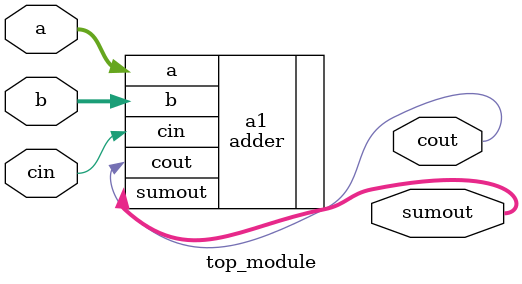
<source format=v>
module top_module
(
    
    input [1:0] a, b,
    input cin,
    output [1:0] sumout,
    output cout
);

    adder a1 (.a(a), .b(b), .cin(cin), .sumout(sumout), .cout(cout));

endmodule

</source>
